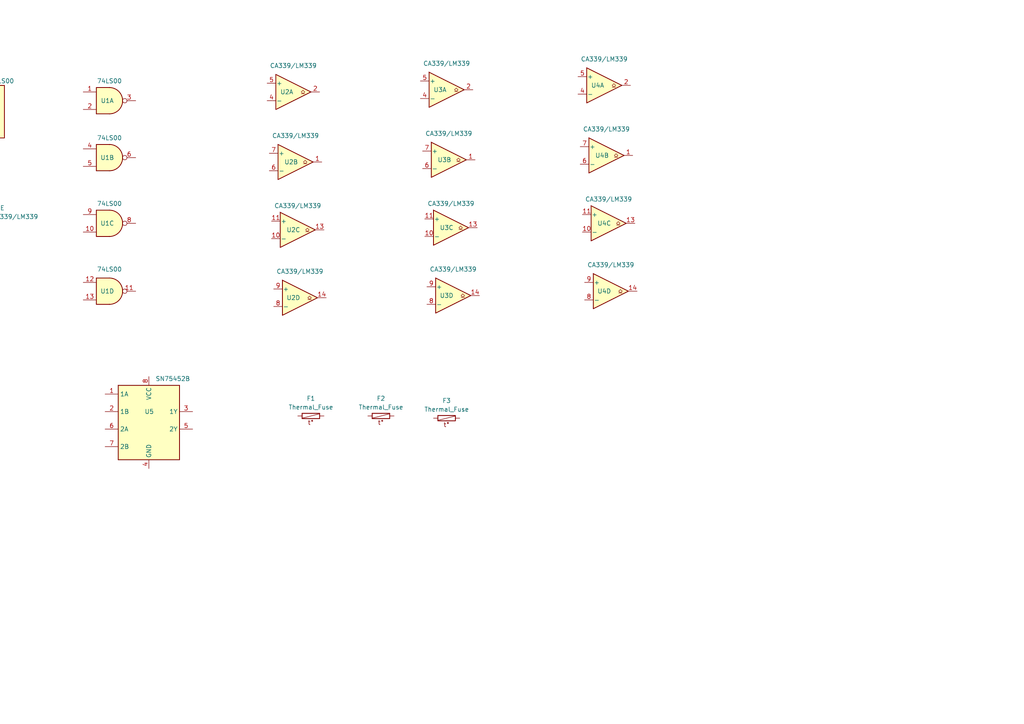
<source format=kicad_sch>
(kicad_sch (version 20230121) (generator eeschema)
  (paper "A4")
  (lib_symbols
    (symbol "74xx:74LS00" (pin_names (offset 1.016))
      (property "Reference" "U" (at 0 1.27 0))
      (property "Value" "74LS00" (at 0 -1.27 0))
      (symbol "74LS00_1_1"
        (arc (start 0 -3.81) (mid 3.7934 0) (end 0 3.81) (stroke (width 0.254)) (fill (type background)))
        (polyline (pts (xy 0 3.81) (xy -3.81 3.81) (xy -3.81 -3.81) (xy 0 -3.81)) (stroke (width 0.254)) (fill (type background)))
        (pin input line (at -7.62 2.54 0) (length 3.81) (name "~") (number "1"))
        (pin input line (at -7.62 -2.54 0) (length 3.81) (name "~") (number "2"))
        (pin output inverted (at 7.62 0 180) (length 3.81) (name "~") (number "3"))
      )
      (symbol "74LS00_1_2"
        (arc (start -3.81 -3.81) (mid -2.589 0) (end -3.81 3.81) (stroke (width 0.254)))
        (arc (start -0.6096 -3.81) (mid 2.1842 -2.5851) (end 3.81 0) (stroke (width 0.254)) (fill (type background)))
        (polyline (pts (xy -3.81 -3.81) (xy -0.635 -3.81)) (stroke (width 0.254)) (fill (type background)))
        (polyline (pts (xy -3.81 3.81) (xy -0.635 3.81)) (stroke (width 0.254)) (fill (type background)))
        (polyline (pts (xy -0.635 3.81) (xy -3.81 3.81) (xy -3.81 3.81) (xy -3.556 3.4036) (xy -3.0226 2.2606) (xy -2.6924 1.0414) (xy -2.6162 -0.254) (xy -2.7686 -1.4986) (xy -3.175 -2.7178) (xy -3.81 -3.81) (xy -3.81 -3.81) (xy -0.635 -3.81)) (stroke (width -25.4)) (fill (type background)))
        (arc (start 3.81 0) (mid 2.1915 2.5936) (end -0.6096 3.81) (stroke (width 0.254)) (fill (type background)))
        (pin input inverted (at -7.62 2.54 0) (length 4.318) (name "~") (number "1"))
        (pin input inverted (at -7.62 -2.54 0) (length 4.318) (name "~") (number "2"))
        (pin output line (at 7.62 0 180) (length 3.81) (name "~") (number "3"))
      )
      (symbol "74LS00_2_1"
        (arc (start 0 -3.81) (mid 3.7934 0) (end 0 3.81) (stroke (width 0.254)) (fill (type background)))
        (polyline (pts (xy 0 3.81) (xy -3.81 3.81) (xy -3.81 -3.81) (xy 0 -3.81)) (stroke (width 0.254)) (fill (type background)))
        (pin input line (at -7.62 2.54 0) (length 3.81) (name "~") (number "4"))
        (pin input line (at -7.62 -2.54 0) (length 3.81) (name "~") (number "5"))
        (pin output inverted (at 7.62 0 180) (length 3.81) (name "~") (number "6"))
      )
      (symbol "74LS00_2_2"
        (arc (start -3.81 -3.81) (mid -2.589 0) (end -3.81 3.81) (stroke (width 0.254)))
        (arc (start -0.6096 -3.81) (mid 2.1842 -2.5851) (end 3.81 0) (stroke (width 0.254)) (fill (type background)))
        (polyline (pts (xy -3.81 -3.81) (xy -0.635 -3.81)) (stroke (width 0.254)) (fill (type background)))
        (polyline (pts (xy -3.81 3.81) (xy -0.635 3.81)) (stroke (width 0.254)) (fill (type background)))
        (polyline (pts (xy -0.635 3.81) (xy -3.81 3.81) (xy -3.81 3.81) (xy -3.556 3.4036) (xy -3.0226 2.2606) (xy -2.6924 1.0414) (xy -2.6162 -0.254) (xy -2.7686 -1.4986) (xy -3.175 -2.7178) (xy -3.81 -3.81) (xy -3.81 -3.81) (xy -0.635 -3.81)) (stroke (width -25.4)) (fill (type background)))
        (arc (start 3.81 0) (mid 2.1915 2.5936) (end -0.6096 3.81) (stroke (width 0.254)) (fill (type background)))
        (pin input inverted (at -7.62 2.54 0) (length 4.318) (name "~") (number "4"))
        (pin input inverted (at -7.62 -2.54 0) (length 4.318) (name "~") (number "5"))
        (pin output line (at 7.62 0 180) (length 3.81) (name "~") (number "6"))
      )
      (symbol "74LS00_3_1"
        (arc (start 0 -3.81) (mid 3.7934 0) (end 0 3.81) (stroke (width 0.254)) (fill (type background)))
        (polyline (pts (xy 0 3.81) (xy -3.81 3.81) (xy -3.81 -3.81) (xy 0 -3.81)) (stroke (width 0.254)) (fill (type background)))
        (pin input line (at -7.62 -2.54 0) (length 3.81) (name "~") (number "10"))
        (pin output inverted (at 7.62 0 180) (length 3.81) (name "~") (number "8"))
        (pin input line (at -7.62 2.54 0) (length 3.81) (name "~") (number "9"))
      )
      (symbol "74LS00_3_2"
        (arc (start -3.81 -3.81) (mid -2.589 0) (end -3.81 3.81) (stroke (width 0.254)))
        (arc (start -0.6096 -3.81) (mid 2.1842 -2.5851) (end 3.81 0) (stroke (width 0.254)) (fill (type background)))
        (polyline (pts (xy -3.81 -3.81) (xy -0.635 -3.81)) (stroke (width 0.254)) (fill (type background)))
        (polyline (pts (xy -3.81 3.81) (xy -0.635 3.81)) (stroke (width 0.254)) (fill (type background)))
        (polyline (pts (xy -0.635 3.81) (xy -3.81 3.81) (xy -3.81 3.81) (xy -3.556 3.4036) (xy -3.0226 2.2606) (xy -2.6924 1.0414) (xy -2.6162 -0.254) (xy -2.7686 -1.4986) (xy -3.175 -2.7178) (xy -3.81 -3.81) (xy -3.81 -3.81) (xy -0.635 -3.81)) (stroke (width -25.4)) (fill (type background)))
        (arc (start 3.81 0) (mid 2.1915 2.5936) (end -0.6096 3.81) (stroke (width 0.254)) (fill (type background)))
        (pin input inverted (at -7.62 -2.54 0) (length 4.318) (name "~") (number "10"))
        (pin output line (at 7.62 0 180) (length 3.81) (name "~") (number "8"))
        (pin input inverted (at -7.62 2.54 0) (length 4.318) (name "~") (number "9"))
      )
      (symbol "74LS00_4_1"
        (arc (start 0 -3.81) (mid 3.7934 0) (end 0 3.81) (stroke (width 0.254)) (fill (type background)))
        (polyline (pts (xy 0 3.81) (xy -3.81 3.81) (xy -3.81 -3.81) (xy 0 -3.81)) (stroke (width 0.254)) (fill (type background)))
        (pin output inverted (at 7.62 0 180) (length 3.81) (name "~") (number "11"))
        (pin input line (at -7.62 2.54 0) (length 3.81) (name "~") (number "12"))
        (pin input line (at -7.62 -2.54 0) (length 3.81) (name "~") (number "13"))
      )
      (symbol "74LS00_4_2"
        (arc (start -3.81 -3.81) (mid -2.589 0) (end -3.81 3.81) (stroke (width 0.254)))
        (arc (start -0.6096 -3.81) (mid 2.1842 -2.5851) (end 3.81 0) (stroke (width 0.254)) (fill (type background)))
        (polyline (pts (xy -3.81 -3.81) (xy -0.635 -3.81)) (stroke (width 0.254)) (fill (type background)))
        (polyline (pts (xy -3.81 3.81) (xy -0.635 3.81)) (stroke (width 0.254)) (fill (type background)))
        (polyline (pts (xy -0.635 3.81) (xy -3.81 3.81) (xy -3.81 3.81) (xy -3.556 3.4036) (xy -3.0226 2.2606) (xy -2.6924 1.0414) (xy -2.6162 -0.254) (xy -2.7686 -1.4986) (xy -3.175 -2.7178) (xy -3.81 -3.81) (xy -3.81 -3.81) (xy -0.635 -3.81)) (stroke (width -25.4)) (fill (type background)))
        (arc (start 3.81 0) (mid 2.1915 2.5936) (end -0.6096 3.81) (stroke (width 0.254)) (fill (type background)))
        (pin output line (at 7.62 0 180) (length 3.81) (name "~") (number "11"))
        (pin input inverted (at -7.62 2.54 0) (length 4.318) (name "~") (number "12"))
        (pin input inverted (at -7.62 -2.54 0) (length 4.318) (name "~") (number "13"))
      )
      (symbol "74LS00_5_0"
        (pin power_in line (at 0 12.7 270) (length 5.08) (name "VCC") (number "14"))
        (pin power_in line (at 0 -12.7 90) (length 5.08) (name "GND") (number "7"))
      )
      (symbol "74LS00_5_1"
        (rectangle (start -5.08 7.62) (end 5.08 -7.62) (stroke (width 0.254)) (fill (type background)))
      )
    )
    (symbol "ForgottenMachines:CA339/LM339" (pin_names (offset 0.127))
      (property "Reference" "U" (at 0 5.08 0))
      (property "Value" "CA339/LM339" (at 0 -5.08 0))
      (symbol "CA339/LM339_1_1"
        (polyline (pts (xy -5.08 5.08) (xy 5.08 0) (xy -5.08 -5.08) (xy -5.08 5.08)) (stroke (width 0.254)) (fill (type background)))
        (polyline (pts (xy 3.302 -0.508) (xy 2.794 -0.508) (xy 3.302 0) (xy 2.794 0.508) (xy 2.286 0) (xy 2.794 -0.508) (xy 2.286 -0.508)) (stroke (width 0.127)))
        (pin open_collector line (at 7.62 0 180) (length 2.54) (name "~") (number "2"))
        (pin input line (at -7.62 -2.54 0) (length 2.54) (name "-") (number "4"))
        (pin input line (at -7.62 2.54 0) (length 2.54) (name "+") (number "5"))
      )
      (symbol "CA339/LM339_2_1"
        (polyline (pts (xy -5.08 5.08) (xy 5.08 0) (xy -5.08 -5.08) (xy -5.08 5.08)) (stroke (width 0.254)) (fill (type background)))
        (polyline (pts (xy 3.302 -0.508) (xy 2.794 -0.508) (xy 3.302 0) (xy 2.794 0.508) (xy 2.286 0) (xy 2.794 -0.508) (xy 2.286 -0.508)) (stroke (width 0.127)))
        (pin open_collector line (at 7.62 0 180) (length 2.54) (name "~") (number "1"))
        (pin input line (at -7.62 -2.54 0) (length 2.54) (name "-") (number "6"))
        (pin input line (at -7.62 2.54 0) (length 2.54) (name "+") (number "7"))
      )
      (symbol "CA339/LM339_3_1"
        (polyline (pts (xy -5.08 5.08) (xy 5.08 0) (xy -5.08 -5.08) (xy -5.08 5.08)) (stroke (width 0.254)) (fill (type background)))
        (polyline (pts (xy 3.302 -0.508) (xy 2.794 -0.508) (xy 3.302 0) (xy 2.794 0.508) (xy 2.286 0) (xy 2.794 -0.508) (xy 2.286 -0.508)) (stroke (width 0.127)))
        (pin input line (at -7.62 -2.54 0) (length 2.54) (name "-") (number "10"))
        (pin input line (at -7.62 2.54 0) (length 2.54) (name "+") (number "11"))
        (pin open_collector line (at 7.62 0 180) (length 2.54) (name "~") (number "13"))
      )
      (symbol "CA339/LM339_4_1"
        (polyline (pts (xy -5.08 5.08) (xy 5.08 0) (xy -5.08 -5.08) (xy -5.08 5.08)) (stroke (width 0.254)) (fill (type background)))
        (polyline (pts (xy 3.302 -0.508) (xy 2.794 -0.508) (xy 3.302 0) (xy 2.794 0.508) (xy 2.286 0) (xy 2.794 -0.508) (xy 2.286 -0.508)) (stroke (width 0.127)))
        (pin open_collector line (at 7.62 0 180) (length 2.54) (name "~") (number "14"))
        (pin input line (at -7.62 -2.54 0) (length 2.54) (name "-") (number "8"))
        (pin input line (at -7.62 2.54 0) (length 2.54) (name "+") (number "9"))
      )
      (symbol "CA339/LM339_5_1"
        (pin power_in line (at -2.54 -7.62 90) (length 3.81) (name "V-") (number "12"))
        (pin power_in line (at -2.54 7.62 270) (length 3.81) (name "V+") (number "3"))
      )
    )
    (symbol "ForgottenMachines:SN75452B"
      (property "Reference" "U" (at -10.16 8.89 0))
      (property "Value" "SN75452B" (at 3.81 22.86 0))
      (symbol "SN75452B_0_0"
        (pin power_in line (at 0 -16.51 90) (length 2.54) (name "GND") (number "4"))
        (pin power_in line (at 0 10.16 270) (length 2.54) (name "VCC") (number "8"))
      )
      (symbol "SN75452B_0_1"
        (rectangle (start -8.89 7.62) (end 8.89 -13.97) (stroke (width 0.254)) (fill (type background)))
      )
      (symbol "SN75452B_1_1"
        (pin input line (at -12.7 5.08 0) (length 3.81) (name "1A") (number "1"))
        (pin input line (at -12.7 0 0) (length 3.81) (name "1B") (number "2"))
        (pin output line (at 12.7 0 180) (length 3.81) (name "1Y") (number "3"))
        (pin output line (at 12.7 -5.08 180) (length 3.81) (name "2Y") (number "5"))
        (pin input line (at -12.7 -5.08 0) (length 3.81) (name "2A") (number "6"))
        (pin input line (at -12.7 -10.16 0) (length 3.81) (name "2B") (number "7"))
      )
    )
    (symbol "ForgottenMachines:Thermal_Fuse" (pin_numbers hide) (pin_names (offset 0))
      (property "Reference" "F" (at 0 2.032 0))
      (property "Value" "Thermal_Fuse" (at 0 -4.445 0))
      (symbol "Thermal_Fuse_0_1"
        (rectangle (start -2.54 0.762) (end 2.54 -0.762) (stroke (width 0.254)))
      )
      (symbol "Thermal_Fuse_1_1"
        (polyline (pts (xy -2.54 -0.635) (xy 2.54 0.635)))
        (text "t°" (at 0 -1.905 0) (effects (font (size 1.27 1.27))))
        (pin passive line (at -3.81 0 0) (length 1.27) (name "~") (number "1"))
        (pin passive line (at 3.81 0 180) (length 1.27) (name "~") (number "2"))
      )
    )
  )
  (symbol (lib_id "ForgottenMachines:CA339/LM339") (at 177.165 84.455 0) (unit 4)
    (property "Reference" "U4" (at 175.26 84.455 0))
    (property "Value" "CA339/LM339" (at 177.165 76.835 0))
    (property "Footprint" "Package_DIP:DIP-14_W7.62mm" (effects hide))
    (property "Datasheet" "https://www.st.com/resource/en/datasheet/lm139.pdf" (effects hide))
  )
  (symbol (lib_id "ForgottenMachines:CA339/LM339") (at -34.29 63.5 0) (unit 5)
    (property "Reference" "U3" (at -34.29 62.23 0) (effects (justify left)))
    (property "Value" "CA339/LM339" (at -34.29 64.77 0) (effects (justify left)))
    (property "Footprint" "Package_DIP:DIP-14_W7.62mm" (effects hide))
    (property "Datasheet" "https://www.st.com/resource/en/datasheet/lm139.pdf" (effects hide))
  )
  (symbol (lib_id "ForgottenMachines:CA339/LM339") (at 129.54 26.035 0) (unit 1)
    (property "Reference" "U3" (at 127.635 26.035 0))
    (property "Value" "CA339/LM339" (at 129.54 18.415 0))
    (property "Footprint" "Package_DIP:DIP-14_W7.62mm" (effects hide))
    (property "Datasheet" "https://www.st.com/resource/en/datasheet/lm139.pdf" (effects hide))
  )
  (symbol (lib_id "ForgottenMachines:Thermal_Fuse") (at 90.17 120.65 0) (unit 1)
    (property "Reference" "F1" (at 90.17 115.57 0))
    (property "Value" "Thermal_Fuse" (at 90.17 118.11 0))
  )
  (symbol (lib_id "74xx:74LS00") (at 31.75 84.455 0) (unit 4)
    (property "Reference" "U1" (at 31.115 84.455 0))
    (property "Value" "74LS00" (at 31.7417 78.105 0))
    (property "Footprint" "Package_DIP:DIP-14_W7.62mm" (effects hide))
    (property "Datasheet" "http://www.ti.com/lit/gpn/sn74ls00" (effects hide))
  )
  (symbol (lib_id "ForgottenMachines:CA339/LM339") (at 131.445 85.725 0) (unit 4)
    (property "Reference" "U3" (at 129.54 85.725 0))
    (property "Value" "CA339/LM339" (at 131.445 78.105 0))
    (property "Footprint" "Package_DIP:DIP-14_W7.62mm" (effects hide))
    (property "Datasheet" "https://www.st.com/resource/en/datasheet/lm139.pdf" (effects hide))
  )
  (symbol (lib_id "ForgottenMachines:Thermal_Fuse") (at 110.49 120.65 0) (unit 1)
    (property "Reference" "F2" (at 110.49 115.57 0))
    (property "Value" "Thermal_Fuse" (at 110.49 118.11 0))
  )
  (symbol (lib_id "ForgottenMachines:CA339/LM339") (at 130.81 66.04 0) (unit 3)
    (property "Reference" "U3" (at 129.54 66.04 0))
    (property "Value" "CA339/LM339" (at 130.81 59.055 0))
    (property "Footprint" "Package_DIP:DIP-14_W7.62mm" (effects hide))
    (property "Datasheet" "https://www.st.com/resource/en/datasheet/lm139.pdf" (effects hide))
  )
  (symbol (lib_id "ForgottenMachines:CA339/LM339") (at 85.725 46.99 0) (unit 2)
    (property "Reference" "U2" (at 84.455 46.99 0))
    (property "Value" "CA339/LM339" (at 85.725 39.37 0))
    (property "Footprint" "Package_DIP:DIP-14_W7.62mm" (effects hide))
    (property "Datasheet" "https://www.st.com/resource/en/datasheet/lm139.pdf" (effects hide))
  )
  (symbol (lib_id "ForgottenMachines:CA339/LM339") (at 86.36 66.675 0) (unit 3)
    (property "Reference" "U2" (at 85.09 66.675 0))
    (property "Value" "CA339/LM339" (at 86.36 59.69 0))
    (property "Footprint" "Package_DIP:DIP-14_W7.62mm" (effects hide))
    (property "Datasheet" "https://www.st.com/resource/en/datasheet/lm139.pdf" (effects hide))
  )
  (symbol (lib_id "ForgottenMachines:Thermal_Fuse") (at 129.54 121.285 0) (unit 1)
    (property "Reference" "F3" (at 129.54 116.205 0))
    (property "Value" "Thermal_Fuse" (at 129.54 118.745 0))
  )
  (symbol (lib_id "ForgottenMachines:CA339/LM339") (at 175.895 45.085 0) (unit 2)
    (property "Reference" "U4" (at 174.625 45.085 0))
    (property "Value" "CA339/LM339" (at 175.895 37.465 0))
    (property "Footprint" "Package_DIP:DIP-14_W7.62mm" (effects hide))
    (property "Datasheet" "https://www.st.com/resource/en/datasheet/lm139.pdf" (effects hide))
  )
  (symbol (lib_id "ForgottenMachines:SN75452B") (at 43.18 119.38 0) (unit 1)
    (property "Reference" "U5" (at 41.91 119.38 0) (effects (justify left)))
    (property "Value" "SN75452B" (at 45.085 109.855 0) (effects (justify left)))
    (property "Footprint" "Package_DIP:DIP-8_W7.62mm" (effects hide))
  )
  (symbol (lib_id "ForgottenMachines:CA339/LM339") (at -66.04 61.595 0) (unit 5)
    (property "Reference" "U4" (at -66.04 60.325 0) (effects (justify left)))
    (property "Value" "CA339/LM339" (at -66.04 62.865 0) (effects (justify left)))
    (property "Footprint" "Package_DIP:DIP-14_W7.62mm" (effects hide))
    (property "Datasheet" "https://www.st.com/resource/en/datasheet/lm139.pdf" (effects hide))
  )
  (symbol (lib_id "ForgottenMachines:CA339/LM339") (at 130.175 46.355 0) (unit 2)
    (property "Reference" "U3" (at 128.905 46.355 0))
    (property "Value" "CA339/LM339" (at 130.175 38.735 0))
    (property "Footprint" "Package_DIP:DIP-14_W7.62mm" (effects hide))
    (property "Datasheet" "https://www.st.com/resource/en/datasheet/lm139.pdf" (effects hide))
  )
  (symbol (lib_id "74xx:74LS00") (at 31.75 29.21 0) (unit 1)
    (property "Reference" "U1" (at 31.115 29.21 0))
    (property "Value" "74LS00" (at 31.7417 23.495 0))
    (property "Footprint" "Package_DIP:DIP-14_W7.62mm" (effects hide))
    (property "Datasheet" "http://www.ti.com/lit/gpn/sn74ls00" (effects hide))
  )
  (symbol (lib_id "74xx:74LS00") (at 31.75 45.72 0) (unit 2)
    (property "Reference" "U1" (at 31.115 45.72 0))
    (property "Value" "74LS00" (at 31.7417 40.005 0))
    (property "Footprint" "Package_DIP:DIP-14_W7.62mm" (effects hide))
    (property "Datasheet" "http://www.ti.com/lit/gpn/sn74ls00" (effects hide))
  )
  (symbol (lib_id "ForgottenMachines:CA339/LM339") (at 175.26 24.765 0) (unit 1)
    (property "Reference" "U4" (at 173.355 24.765 0))
    (property "Value" "CA339/LM339" (at 175.26 17.145 0))
    (property "Footprint" "Package_DIP:DIP-14_W7.62mm" (effects hide))
    (property "Datasheet" "https://www.st.com/resource/en/datasheet/lm139.pdf" (effects hide))
  )
  (symbol (lib_id "74xx:74LS00") (at 31.75 64.77 0) (unit 3)
    (property "Reference" "U1" (at 31.115 64.77 0))
    (property "Value" "74LS00" (at 31.7417 59.055 0))
    (property "Footprint" "Package_DIP:DIP-14_W7.62mm" (effects hide))
    (property "Datasheet" "http://www.ti.com/lit/gpn/sn74ls00" (effects hide))
  )
  (symbol (lib_id "ForgottenMachines:CA339/LM339") (at 176.53 64.77 0) (unit 3)
    (property "Reference" "U4" (at 175.26 64.77 0))
    (property "Value" "CA339/LM339" (at 176.53 57.785 0))
    (property "Footprint" "Package_DIP:DIP-14_W7.62mm" (effects hide))
    (property "Datasheet" "https://www.st.com/resource/en/datasheet/lm139.pdf" (effects hide))
  )
  (symbol (lib_id "74xx:74LS00") (at -3.81 32.385 0) (unit 5)
    (property "Reference" "U1" (at -5.715 32.385 0) (effects (justify left)))
    (property "Value" "74LS00" (at -3.175 23.495 0) (effects (justify left)))
    (property "Footprint" "Package_DIP:DIP-14_W7.62mm" (effects hide))
    (property "Datasheet" "http://www.ti.com/lit/gpn/sn74ls00" (effects hide))
  )
  (symbol (lib_id "ForgottenMachines:CA339/LM339") (at 85.09 26.67 0) (unit 1)
    (property "Reference" "U2" (at 83.185 26.67 0))
    (property "Value" "CA339/LM339" (at 85.09 19.05 0))
    (property "Footprint" "Package_DIP:DIP-14_W7.62mm" (effects hide))
    (property "Datasheet" "https://www.st.com/resource/en/datasheet/lm139.pdf" (effects hide))
  )
  (symbol (lib_id "ForgottenMachines:CA339/LM339") (at -2.54 61.595 0) (unit 5)
    (property "Reference" "U2" (at -2.54 60.325 0) (effects (justify left)))
    (property "Value" "CA339/LM339" (at -2.54 62.865 0) (effects (justify left)))
    (property "Footprint" "Package_DIP:DIP-14_W7.62mm" (effects hide))
    (property "Datasheet" "https://www.st.com/resource/en/datasheet/lm139.pdf" (effects hide))
  )
  (symbol (lib_id "ForgottenMachines:CA339/LM339") (at 86.995 86.36 0) (unit 4)
    (property "Reference" "U2" (at 85.09 86.36 0))
    (property "Value" "CA339/LM339" (at 86.995 78.74 0))
    (property "Footprint" "Package_DIP:DIP-14_W7.62mm" (effects hide))
    (property "Datasheet" "https://www.st.com/resource/en/datasheet/lm139.pdf" (effects hide))
  )
)
</source>
